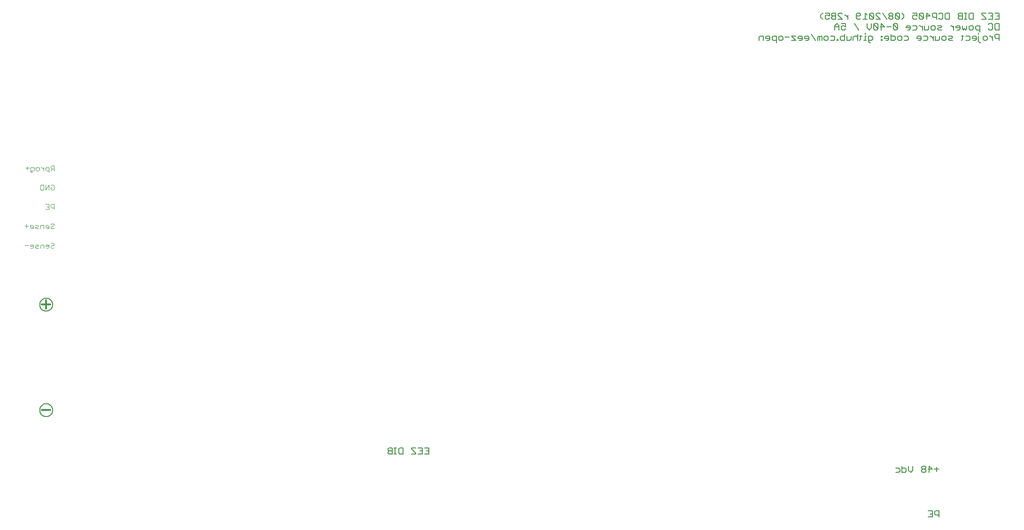
<source format=gbo>
G75*
%MOIN*%
%OFA0B0*%
%FSLAX25Y25*%
%IPPOS*%
%LPD*%
%AMOC8*
5,1,8,0,0,1.08239X$1,22.5*
%
%ADD10C,0.00500*%
%ADD11C,0.00400*%
%ADD12C,0.00800*%
%ADD13C,0.01200*%
D10*
X0351472Y0131113D02*
X0352223Y0130362D01*
X0354475Y0130362D01*
X0354475Y0134866D01*
X0352223Y0134866D01*
X0351472Y0134115D01*
X0351472Y0133365D01*
X0352223Y0132614D01*
X0354475Y0132614D01*
X0352223Y0132614D02*
X0351472Y0131863D01*
X0351472Y0131113D01*
X0356043Y0130362D02*
X0357544Y0130362D01*
X0356793Y0130362D02*
X0356793Y0134866D01*
X0356043Y0134866D02*
X0357544Y0134866D01*
X0359145Y0134115D02*
X0359896Y0134866D01*
X0362148Y0134866D01*
X0362148Y0130362D01*
X0359896Y0130362D01*
X0359145Y0131113D01*
X0359145Y0134115D01*
X0368353Y0134115D02*
X0371356Y0131113D01*
X0371356Y0130362D01*
X0368353Y0130362D01*
X0368353Y0134115D02*
X0368353Y0134866D01*
X0371356Y0134866D01*
X0372957Y0134866D02*
X0375960Y0134866D01*
X0375960Y0130362D01*
X0372957Y0130362D01*
X0374458Y0132614D02*
X0375960Y0132614D01*
X0377561Y0130362D02*
X0380564Y0130362D01*
X0380564Y0134866D01*
X0377561Y0134866D01*
X0379062Y0132614D02*
X0380564Y0132614D01*
X0711821Y0120349D02*
X0714073Y0120349D01*
X0714824Y0119598D01*
X0714824Y0118097D01*
X0714073Y0117346D01*
X0711821Y0117346D01*
X0716425Y0117346D02*
X0718677Y0117346D01*
X0719428Y0118097D01*
X0719428Y0119598D01*
X0718677Y0120349D01*
X0716425Y0120349D01*
X0716425Y0121850D02*
X0716425Y0117346D01*
X0721029Y0118848D02*
X0721029Y0121850D01*
X0721029Y0118848D02*
X0722531Y0117346D01*
X0724032Y0118848D01*
X0724032Y0121850D01*
X0730237Y0121100D02*
X0730237Y0120349D01*
X0730988Y0119598D01*
X0732489Y0119598D01*
X0733240Y0120349D01*
X0733240Y0121100D01*
X0732489Y0121850D01*
X0730988Y0121850D01*
X0730237Y0121100D01*
X0730988Y0119598D02*
X0730237Y0118848D01*
X0730237Y0118097D01*
X0730988Y0117346D01*
X0732489Y0117346D01*
X0733240Y0118097D01*
X0733240Y0118848D01*
X0732489Y0119598D01*
X0734841Y0119598D02*
X0737844Y0119598D01*
X0735592Y0121850D01*
X0735592Y0117346D01*
X0739445Y0119598D02*
X0742448Y0119598D01*
X0740946Y0118097D02*
X0740946Y0121100D01*
X0740312Y0090116D02*
X0739561Y0089365D01*
X0739561Y0087864D01*
X0740312Y0087113D01*
X0742564Y0087113D01*
X0742564Y0085612D02*
X0742564Y0090116D01*
X0740312Y0090116D01*
X0737960Y0090116D02*
X0737960Y0085612D01*
X0734957Y0085612D01*
X0736458Y0087864D02*
X0737960Y0087864D01*
X0737960Y0090116D02*
X0734957Y0090116D01*
X0733920Y0424362D02*
X0731668Y0424362D01*
X0730067Y0425113D02*
X0729316Y0424362D01*
X0727815Y0424362D01*
X0727064Y0425863D02*
X0730067Y0425863D01*
X0730067Y0425113D02*
X0730067Y0426614D01*
X0729316Y0427365D01*
X0727815Y0427365D01*
X0727064Y0426614D01*
X0727064Y0425863D01*
X0731668Y0427365D02*
X0733920Y0427365D01*
X0734670Y0426614D01*
X0734670Y0425113D01*
X0733920Y0424362D01*
X0736255Y0427365D02*
X0737006Y0427365D01*
X0738507Y0425863D01*
X0738507Y0424362D02*
X0738507Y0427365D01*
X0740108Y0427365D02*
X0740108Y0424362D01*
X0742360Y0424362D01*
X0743111Y0425113D01*
X0743111Y0427365D01*
X0744712Y0426614D02*
X0745463Y0427365D01*
X0746964Y0427365D01*
X0747715Y0426614D01*
X0747715Y0425113D01*
X0746964Y0424362D01*
X0745463Y0424362D01*
X0744712Y0425113D01*
X0744712Y0426614D01*
X0749316Y0427365D02*
X0751568Y0427365D01*
X0752319Y0426614D01*
X0751568Y0425863D01*
X0750067Y0425863D01*
X0749316Y0425113D01*
X0750067Y0424362D01*
X0752319Y0424362D01*
X0758491Y0424362D02*
X0759241Y0425113D01*
X0759241Y0428115D01*
X0758491Y0427365D02*
X0759992Y0427365D01*
X0761593Y0427365D02*
X0763845Y0427365D01*
X0764596Y0426614D01*
X0764596Y0425113D01*
X0763845Y0424362D01*
X0761593Y0424362D01*
X0766197Y0425863D02*
X0769200Y0425863D01*
X0769200Y0425113D02*
X0769200Y0426614D01*
X0768449Y0427365D01*
X0766948Y0427365D01*
X0766197Y0426614D01*
X0766197Y0425863D01*
X0766948Y0424362D02*
X0768449Y0424362D01*
X0769200Y0425113D01*
X0770768Y0423612D02*
X0770768Y0427365D01*
X0770768Y0428866D02*
X0770768Y0429617D01*
X0771502Y0430361D02*
X0771502Y0434865D01*
X0769250Y0434865D01*
X0768499Y0434114D01*
X0768499Y0432613D01*
X0769250Y0431862D01*
X0771502Y0431862D01*
X0766898Y0432613D02*
X0766147Y0431862D01*
X0764646Y0431862D01*
X0763895Y0432613D01*
X0763895Y0434114D01*
X0764646Y0434865D01*
X0766147Y0434865D01*
X0766898Y0434114D01*
X0766898Y0432613D01*
X0762294Y0432613D02*
X0762294Y0434865D01*
X0762294Y0432613D02*
X0761543Y0431862D01*
X0760793Y0432613D01*
X0760042Y0431862D01*
X0759291Y0432613D01*
X0759291Y0434865D01*
X0757690Y0434114D02*
X0756939Y0434865D01*
X0755438Y0434865D01*
X0754688Y0434114D01*
X0754688Y0433363D01*
X0757690Y0433363D01*
X0757690Y0432613D02*
X0757690Y0434114D01*
X0757690Y0432613D02*
X0756939Y0431862D01*
X0755438Y0431862D01*
X0753086Y0431862D02*
X0753086Y0434865D01*
X0751585Y0434865D02*
X0750834Y0434865D01*
X0751585Y0434865D02*
X0753086Y0433363D01*
X0750017Y0439362D02*
X0747765Y0439362D01*
X0747014Y0440113D01*
X0747014Y0443115D01*
X0747765Y0443866D01*
X0750017Y0443866D01*
X0750017Y0439362D01*
X0745413Y0440113D02*
X0744662Y0439362D01*
X0743161Y0439362D01*
X0742410Y0440113D01*
X0740809Y0440863D02*
X0738557Y0440863D01*
X0737806Y0441614D01*
X0737806Y0443115D01*
X0738557Y0443866D01*
X0740809Y0443866D01*
X0740809Y0439362D01*
X0742410Y0443115D02*
X0743161Y0443866D01*
X0744662Y0443866D01*
X0745413Y0443115D01*
X0745413Y0440113D01*
X0743895Y0434865D02*
X0741643Y0434865D01*
X0742394Y0433363D02*
X0741643Y0432613D01*
X0742394Y0431862D01*
X0744646Y0431862D01*
X0743895Y0433363D02*
X0744646Y0434114D01*
X0743895Y0434865D01*
X0743895Y0433363D02*
X0742394Y0433363D01*
X0740042Y0432613D02*
X0739291Y0431862D01*
X0737790Y0431862D01*
X0737039Y0432613D01*
X0737039Y0434114D01*
X0737790Y0434865D01*
X0739291Y0434865D01*
X0740042Y0434114D01*
X0740042Y0432613D01*
X0735438Y0432613D02*
X0734687Y0431862D01*
X0732435Y0431862D01*
X0732435Y0434865D01*
X0730834Y0434865D02*
X0730834Y0431862D01*
X0730834Y0433363D02*
X0729333Y0434865D01*
X0728582Y0434865D01*
X0726997Y0434114D02*
X0726247Y0434865D01*
X0723995Y0434865D01*
X0722393Y0434114D02*
X0721643Y0434865D01*
X0720141Y0434865D01*
X0719391Y0434114D01*
X0719391Y0433363D01*
X0722393Y0433363D01*
X0722393Y0432613D02*
X0722393Y0434114D01*
X0722393Y0432613D02*
X0721643Y0431862D01*
X0720141Y0431862D01*
X0723995Y0431862D02*
X0726247Y0431862D01*
X0726997Y0432613D01*
X0726997Y0434114D01*
X0726247Y0439362D02*
X0724745Y0439362D01*
X0723995Y0440113D01*
X0723995Y0441614D01*
X0724745Y0442365D01*
X0725496Y0442365D01*
X0726997Y0441614D01*
X0726997Y0443866D01*
X0723995Y0443866D01*
X0728599Y0443115D02*
X0731601Y0440113D01*
X0730851Y0439362D01*
X0729349Y0439362D01*
X0728599Y0440113D01*
X0728599Y0443115D01*
X0729349Y0443866D01*
X0730851Y0443866D01*
X0731601Y0443115D01*
X0731601Y0440113D01*
X0733203Y0441614D02*
X0736205Y0441614D01*
X0733953Y0443866D01*
X0733953Y0439362D01*
X0735438Y0434865D02*
X0735438Y0432613D01*
X0726997Y0440113D02*
X0726247Y0439362D01*
X0717789Y0440863D02*
X0717789Y0442365D01*
X0716288Y0443866D01*
X0714720Y0443115D02*
X0713970Y0443866D01*
X0712468Y0443866D01*
X0711718Y0443115D01*
X0714720Y0440113D01*
X0713970Y0439362D01*
X0712468Y0439362D01*
X0711718Y0440113D01*
X0711718Y0443115D01*
X0710116Y0443115D02*
X0710116Y0442365D01*
X0709366Y0441614D01*
X0707864Y0441614D01*
X0707114Y0440863D01*
X0707114Y0440113D01*
X0707864Y0439362D01*
X0709366Y0439362D01*
X0710116Y0440113D01*
X0710116Y0440863D01*
X0709366Y0441614D01*
X0707864Y0441614D02*
X0707114Y0442365D01*
X0707114Y0443115D01*
X0707864Y0443866D01*
X0709366Y0443866D01*
X0710116Y0443115D01*
X0714720Y0443115D02*
X0714720Y0440113D01*
X0716288Y0439362D02*
X0717789Y0440863D01*
X0713185Y0435615D02*
X0712435Y0436366D01*
X0710934Y0436366D01*
X0710183Y0435615D01*
X0713185Y0432613D01*
X0712435Y0431862D01*
X0710934Y0431862D01*
X0710183Y0432613D01*
X0710183Y0435615D01*
X0708582Y0434114D02*
X0705579Y0434114D01*
X0703978Y0434114D02*
X0700975Y0434114D01*
X0699374Y0432613D02*
X0696371Y0435615D01*
X0696371Y0432613D01*
X0697122Y0431862D01*
X0698623Y0431862D01*
X0699374Y0432613D01*
X0699374Y0435615D01*
X0698623Y0436366D01*
X0697122Y0436366D01*
X0696371Y0435615D01*
X0694770Y0436366D02*
X0694770Y0433363D01*
X0693269Y0431862D01*
X0691767Y0433363D01*
X0691767Y0436366D01*
X0691701Y0439362D02*
X0688698Y0439362D01*
X0690199Y0439362D02*
X0690199Y0443866D01*
X0691701Y0442365D01*
X0693302Y0443115D02*
X0696304Y0440113D01*
X0695554Y0439362D01*
X0694053Y0439362D01*
X0693302Y0440113D01*
X0693302Y0443115D01*
X0694053Y0443866D01*
X0695554Y0443866D01*
X0696304Y0443115D01*
X0696304Y0440113D01*
X0697906Y0439362D02*
X0700908Y0439362D01*
X0697906Y0442365D01*
X0697906Y0443115D01*
X0698656Y0443866D01*
X0700158Y0443866D01*
X0700908Y0443115D01*
X0702510Y0443866D02*
X0705512Y0439362D01*
X0701726Y0436366D02*
X0703978Y0434114D01*
X0701726Y0431862D02*
X0701726Y0436366D01*
X0713185Y0435615D02*
X0713185Y0432613D01*
X0714003Y0427365D02*
X0715504Y0427365D01*
X0716255Y0426614D01*
X0716255Y0425113D01*
X0715504Y0424362D01*
X0714003Y0424362D01*
X0713252Y0425113D01*
X0713252Y0426614D01*
X0714003Y0427365D01*
X0711651Y0426614D02*
X0710900Y0427365D01*
X0708648Y0427365D01*
X0708648Y0428866D02*
X0708648Y0424362D01*
X0710900Y0424362D01*
X0711651Y0425113D01*
X0711651Y0426614D01*
X0707047Y0426614D02*
X0706296Y0427365D01*
X0704795Y0427365D01*
X0704044Y0426614D01*
X0704044Y0425863D01*
X0707047Y0425863D01*
X0707047Y0425113D02*
X0707047Y0426614D01*
X0707047Y0425113D02*
X0706296Y0424362D01*
X0704795Y0424362D01*
X0702443Y0424362D02*
X0702443Y0425113D01*
X0701692Y0425113D01*
X0701692Y0424362D01*
X0702443Y0424362D01*
X0702443Y0426614D02*
X0702443Y0427365D01*
X0701692Y0427365D01*
X0701692Y0426614D01*
X0702443Y0426614D01*
X0695537Y0426614D02*
X0695537Y0425113D01*
X0694786Y0424362D01*
X0692535Y0424362D01*
X0692535Y0423612D02*
X0692535Y0427365D01*
X0694786Y0427365D01*
X0695537Y0426614D01*
X0694036Y0422861D02*
X0693285Y0422861D01*
X0692535Y0423612D01*
X0690933Y0424362D02*
X0689432Y0424362D01*
X0690183Y0424362D02*
X0690183Y0427365D01*
X0690933Y0427365D01*
X0690183Y0428866D02*
X0690183Y0429617D01*
X0687864Y0427365D02*
X0686363Y0427365D01*
X0687113Y0428115D02*
X0687113Y0425113D01*
X0686363Y0424362D01*
X0684795Y0424362D02*
X0684795Y0428866D01*
X0684044Y0427365D02*
X0682543Y0427365D01*
X0681792Y0426614D01*
X0681792Y0424362D01*
X0680191Y0425113D02*
X0679440Y0424362D01*
X0677188Y0424362D01*
X0677188Y0427365D01*
X0675587Y0427365D02*
X0673335Y0427365D01*
X0672584Y0426614D01*
X0672584Y0425113D01*
X0673335Y0424362D01*
X0675587Y0424362D01*
X0675587Y0428866D01*
X0675603Y0431862D02*
X0676354Y0432613D01*
X0675603Y0431862D02*
X0674102Y0431862D01*
X0673352Y0432613D01*
X0673352Y0434114D01*
X0674102Y0434865D01*
X0674853Y0434865D01*
X0676354Y0434114D01*
X0676354Y0436366D01*
X0673352Y0436366D01*
X0671750Y0434865D02*
X0670249Y0436366D01*
X0668748Y0434865D01*
X0668748Y0431862D01*
X0668748Y0434114D02*
X0671750Y0434114D01*
X0671750Y0434865D02*
X0671750Y0431862D01*
X0667930Y0427365D02*
X0665678Y0427365D01*
X0664077Y0426614D02*
X0664077Y0425113D01*
X0663326Y0424362D01*
X0661825Y0424362D01*
X0661074Y0425113D01*
X0661074Y0426614D01*
X0661825Y0427365D01*
X0663326Y0427365D01*
X0664077Y0426614D01*
X0665678Y0424362D02*
X0667930Y0424362D01*
X0668681Y0425113D01*
X0668681Y0426614D01*
X0667930Y0427365D01*
X0670232Y0425113D02*
X0670232Y0424362D01*
X0670983Y0424362D01*
X0670983Y0425113D01*
X0670232Y0425113D01*
X0680191Y0425113D02*
X0680191Y0427365D01*
X0684044Y0427365D02*
X0684795Y0426614D01*
X0685562Y0431862D02*
X0682559Y0436366D01*
X0684845Y0439362D02*
X0684094Y0440113D01*
X0684094Y0443115D01*
X0684845Y0443866D01*
X0686346Y0443866D01*
X0687097Y0443115D01*
X0687097Y0442365D01*
X0686346Y0441614D01*
X0684094Y0441614D01*
X0684845Y0439362D02*
X0686346Y0439362D01*
X0687097Y0440113D01*
X0677889Y0440863D02*
X0676387Y0442365D01*
X0675637Y0442365D01*
X0674052Y0443115D02*
X0673302Y0443866D01*
X0671800Y0443866D01*
X0671050Y0443115D01*
X0671050Y0442365D01*
X0674052Y0439362D01*
X0671050Y0439362D01*
X0669448Y0439362D02*
X0667196Y0439362D01*
X0666446Y0440113D01*
X0666446Y0440863D01*
X0667196Y0441614D01*
X0669448Y0441614D01*
X0667196Y0441614D02*
X0666446Y0442365D01*
X0666446Y0443115D01*
X0667196Y0443866D01*
X0669448Y0443866D01*
X0669448Y0439362D01*
X0664844Y0440113D02*
X0664094Y0439362D01*
X0662592Y0439362D01*
X0661842Y0440113D01*
X0661842Y0441614D01*
X0662592Y0442365D01*
X0663343Y0442365D01*
X0664844Y0441614D01*
X0664844Y0443866D01*
X0661842Y0443866D01*
X0660240Y0443866D02*
X0658739Y0442365D01*
X0658739Y0440863D01*
X0660240Y0439362D01*
X0659473Y0427365D02*
X0658722Y0427365D01*
X0657972Y0426614D01*
X0657221Y0427365D01*
X0656471Y0426614D01*
X0656471Y0424362D01*
X0657972Y0424362D02*
X0657972Y0426614D01*
X0659473Y0427365D02*
X0659473Y0424362D01*
X0654869Y0424362D02*
X0651867Y0428866D01*
X0650265Y0426614D02*
X0649515Y0427365D01*
X0648013Y0427365D01*
X0647263Y0426614D01*
X0647263Y0425863D01*
X0650265Y0425863D01*
X0650265Y0425113D02*
X0650265Y0426614D01*
X0650265Y0425113D02*
X0649515Y0424362D01*
X0648013Y0424362D01*
X0645661Y0425113D02*
X0644911Y0424362D01*
X0643409Y0424362D01*
X0642659Y0425863D02*
X0645661Y0425863D01*
X0645661Y0425113D02*
X0645661Y0426614D01*
X0644911Y0427365D01*
X0643409Y0427365D01*
X0642659Y0426614D01*
X0642659Y0425863D01*
X0641057Y0424362D02*
X0638055Y0427365D01*
X0641057Y0427365D01*
X0641057Y0424362D02*
X0638055Y0424362D01*
X0636453Y0426614D02*
X0633451Y0426614D01*
X0631850Y0426614D02*
X0631850Y0425113D01*
X0631099Y0424362D01*
X0629598Y0424362D01*
X0628847Y0425113D01*
X0628847Y0426614D01*
X0629598Y0427365D01*
X0631099Y0427365D01*
X0631850Y0426614D01*
X0627246Y0427365D02*
X0624994Y0427365D01*
X0624243Y0426614D01*
X0624243Y0425113D01*
X0624994Y0424362D01*
X0627246Y0424362D01*
X0627246Y0422861D02*
X0627246Y0427365D01*
X0622642Y0426614D02*
X0621891Y0427365D01*
X0620390Y0427365D01*
X0619639Y0426614D01*
X0619639Y0425863D01*
X0622642Y0425863D01*
X0622642Y0425113D02*
X0622642Y0426614D01*
X0622642Y0425113D02*
X0621891Y0424362D01*
X0620390Y0424362D01*
X0618038Y0424362D02*
X0618038Y0427365D01*
X0615786Y0427365D01*
X0615035Y0426614D01*
X0615035Y0424362D01*
X0677889Y0439362D02*
X0677889Y0442365D01*
X0717856Y0427365D02*
X0720108Y0427365D01*
X0720859Y0426614D01*
X0720859Y0425113D01*
X0720108Y0424362D01*
X0717856Y0424362D01*
X0756222Y0440113D02*
X0756973Y0439362D01*
X0759225Y0439362D01*
X0759225Y0443866D01*
X0756973Y0443866D01*
X0756222Y0443115D01*
X0756222Y0442365D01*
X0756973Y0441614D01*
X0759225Y0441614D01*
X0756973Y0441614D02*
X0756222Y0440863D01*
X0756222Y0440113D01*
X0760793Y0439362D02*
X0762294Y0439362D01*
X0761543Y0439362D02*
X0761543Y0443866D01*
X0760793Y0443866D02*
X0762294Y0443866D01*
X0763895Y0443115D02*
X0764646Y0443866D01*
X0766898Y0443866D01*
X0766898Y0439362D01*
X0764646Y0439362D01*
X0763895Y0440113D01*
X0763895Y0443115D01*
X0773103Y0443115D02*
X0776106Y0440113D01*
X0776106Y0439362D01*
X0773103Y0439362D01*
X0773103Y0443115D02*
X0773103Y0443866D01*
X0776106Y0443866D01*
X0777707Y0443866D02*
X0780710Y0443866D01*
X0780710Y0439362D01*
X0777707Y0439362D01*
X0779208Y0441614D02*
X0780710Y0441614D01*
X0782311Y0439362D02*
X0785314Y0439362D01*
X0785314Y0443866D01*
X0782311Y0443866D01*
X0783812Y0441614D02*
X0785314Y0441614D01*
X0785314Y0436366D02*
X0783062Y0436366D01*
X0782311Y0435615D01*
X0782311Y0432613D01*
X0783062Y0431862D01*
X0785314Y0431862D01*
X0785314Y0436366D01*
X0780710Y0435615D02*
X0780710Y0432613D01*
X0779959Y0431862D01*
X0778458Y0431862D01*
X0777707Y0432613D01*
X0777707Y0435615D02*
X0778458Y0436366D01*
X0779959Y0436366D01*
X0780710Y0435615D01*
X0783062Y0428866D02*
X0782311Y0428115D01*
X0782311Y0426614D01*
X0783062Y0425863D01*
X0785314Y0425863D01*
X0785314Y0424362D02*
X0785314Y0428866D01*
X0783062Y0428866D01*
X0780710Y0427365D02*
X0780710Y0424362D01*
X0780710Y0425863D02*
X0779208Y0427365D01*
X0778458Y0427365D01*
X0776873Y0426614D02*
X0776873Y0425113D01*
X0776122Y0424362D01*
X0774621Y0424362D01*
X0773871Y0425113D01*
X0773871Y0426614D01*
X0774621Y0427365D01*
X0776122Y0427365D01*
X0776873Y0426614D01*
X0772269Y0422861D02*
X0771519Y0422861D01*
X0770768Y0423612D01*
D11*
X0114614Y0335415D02*
X0114614Y0331812D01*
X0114614Y0333013D02*
X0112812Y0333013D01*
X0112212Y0333614D01*
X0112212Y0334815D01*
X0112812Y0335415D01*
X0114614Y0335415D01*
X0113413Y0333013D02*
X0112212Y0331812D01*
X0110930Y0331812D02*
X0109129Y0331812D01*
X0108528Y0332413D01*
X0108528Y0333614D01*
X0109129Y0334214D01*
X0110930Y0334214D01*
X0110930Y0330611D01*
X0107247Y0331812D02*
X0107247Y0334214D01*
X0107247Y0333013D02*
X0106046Y0334214D01*
X0105446Y0334214D01*
X0104178Y0333614D02*
X0104178Y0332413D01*
X0103578Y0331812D01*
X0102377Y0331812D01*
X0101776Y0332413D01*
X0101776Y0333614D01*
X0102377Y0334214D01*
X0103578Y0334214D01*
X0104178Y0333614D01*
X0100495Y0333614D02*
X0100495Y0332413D01*
X0099894Y0331812D01*
X0098093Y0331812D01*
X0098093Y0331212D02*
X0098093Y0334214D01*
X0099894Y0334214D01*
X0100495Y0333614D01*
X0099294Y0330611D02*
X0098693Y0330611D01*
X0098093Y0331212D01*
X0096812Y0333614D02*
X0094410Y0333614D01*
X0095611Y0334815D02*
X0095611Y0332413D01*
X0105446Y0321665D02*
X0107247Y0321665D01*
X0107247Y0318062D01*
X0105446Y0318062D01*
X0104845Y0318663D01*
X0104845Y0321065D01*
X0105446Y0321665D01*
X0108528Y0321665D02*
X0108528Y0318062D01*
X0110930Y0321665D01*
X0110930Y0318062D01*
X0112212Y0318663D02*
X0112212Y0319864D01*
X0113413Y0319864D01*
X0114614Y0321065D02*
X0114614Y0318663D01*
X0114013Y0318062D01*
X0112812Y0318062D01*
X0112212Y0318663D01*
X0112212Y0321065D02*
X0112812Y0321665D01*
X0114013Y0321665D01*
X0114614Y0321065D01*
X0114614Y0307915D02*
X0112812Y0307915D01*
X0112212Y0307315D01*
X0112212Y0306114D01*
X0112812Y0305513D01*
X0114614Y0305513D01*
X0114614Y0304312D02*
X0114614Y0307915D01*
X0110930Y0307915D02*
X0110930Y0304312D01*
X0108528Y0304312D01*
X0109729Y0306114D02*
X0110930Y0306114D01*
X0110930Y0307915D02*
X0108528Y0307915D01*
X0112812Y0294165D02*
X0114013Y0294165D01*
X0114614Y0293565D01*
X0114614Y0292964D01*
X0114013Y0292364D01*
X0112812Y0292364D01*
X0112212Y0291763D01*
X0112212Y0291163D01*
X0112812Y0290562D01*
X0114013Y0290562D01*
X0114614Y0291163D01*
X0112212Y0293565D02*
X0112812Y0294165D01*
X0110930Y0292364D02*
X0110330Y0292964D01*
X0109129Y0292964D01*
X0108528Y0292364D01*
X0108528Y0291763D01*
X0110930Y0291763D01*
X0110930Y0291163D02*
X0110930Y0292364D01*
X0110930Y0291163D02*
X0110330Y0290562D01*
X0109129Y0290562D01*
X0107247Y0290562D02*
X0107247Y0292964D01*
X0105446Y0292964D01*
X0104845Y0292364D01*
X0104845Y0290562D01*
X0103564Y0290562D02*
X0101763Y0290562D01*
X0101162Y0291163D01*
X0101763Y0291763D01*
X0102964Y0291763D01*
X0103564Y0292364D01*
X0102964Y0292964D01*
X0101162Y0292964D01*
X0099881Y0292364D02*
X0099281Y0292964D01*
X0098080Y0292964D01*
X0097479Y0292364D01*
X0097479Y0291763D01*
X0099881Y0291763D01*
X0099881Y0291163D02*
X0099881Y0292364D01*
X0099881Y0291163D02*
X0099281Y0290562D01*
X0098080Y0290562D01*
X0096198Y0292364D02*
X0093796Y0292364D01*
X0094997Y0293565D02*
X0094997Y0291163D01*
X0098080Y0279214D02*
X0097479Y0278614D01*
X0097479Y0278013D01*
X0099881Y0278013D01*
X0099881Y0277413D02*
X0099881Y0278614D01*
X0099281Y0279214D01*
X0098080Y0279214D01*
X0096198Y0278614D02*
X0093796Y0278614D01*
X0098080Y0276812D02*
X0099281Y0276812D01*
X0099881Y0277413D01*
X0101162Y0277413D02*
X0101763Y0278013D01*
X0102964Y0278013D01*
X0103564Y0278614D01*
X0102964Y0279214D01*
X0101162Y0279214D01*
X0101162Y0277413D02*
X0101763Y0276812D01*
X0103564Y0276812D01*
X0104845Y0276812D02*
X0104845Y0278614D01*
X0105446Y0279214D01*
X0107247Y0279214D01*
X0107247Y0276812D01*
X0108528Y0278013D02*
X0110930Y0278013D01*
X0110930Y0277413D02*
X0110930Y0278614D01*
X0110330Y0279214D01*
X0109129Y0279214D01*
X0108528Y0278614D01*
X0108528Y0278013D01*
X0109129Y0276812D02*
X0110330Y0276812D01*
X0110930Y0277413D01*
X0112212Y0277413D02*
X0112812Y0276812D01*
X0114013Y0276812D01*
X0114614Y0277413D01*
X0114013Y0278614D02*
X0112812Y0278614D01*
X0112212Y0278013D01*
X0112212Y0277413D01*
X0114013Y0278614D02*
X0114614Y0279214D01*
X0114614Y0279815D01*
X0114013Y0280415D01*
X0112812Y0280415D01*
X0112212Y0279815D01*
D12*
X0104464Y0236612D02*
X0104466Y0236747D01*
X0104472Y0236882D01*
X0104482Y0237017D01*
X0104496Y0237151D01*
X0104513Y0237285D01*
X0104535Y0237418D01*
X0104561Y0237551D01*
X0104590Y0237683D01*
X0104624Y0237813D01*
X0104661Y0237943D01*
X0104702Y0238072D01*
X0104747Y0238199D01*
X0104795Y0238325D01*
X0104847Y0238450D01*
X0104903Y0238573D01*
X0104962Y0238694D01*
X0105025Y0238814D01*
X0105092Y0238931D01*
X0105161Y0239047D01*
X0105235Y0239161D01*
X0105311Y0239272D01*
X0105391Y0239381D01*
X0105474Y0239488D01*
X0105560Y0239592D01*
X0105649Y0239693D01*
X0105740Y0239792D01*
X0105835Y0239888D01*
X0105933Y0239982D01*
X0106033Y0240072D01*
X0106136Y0240160D01*
X0106241Y0240244D01*
X0106349Y0240326D01*
X0106459Y0240404D01*
X0106572Y0240478D01*
X0106686Y0240550D01*
X0106803Y0240618D01*
X0106922Y0240683D01*
X0107042Y0240744D01*
X0107164Y0240801D01*
X0107288Y0240855D01*
X0107413Y0240906D01*
X0107540Y0240952D01*
X0107668Y0240995D01*
X0107798Y0241034D01*
X0107928Y0241069D01*
X0108059Y0241101D01*
X0108191Y0241128D01*
X0108324Y0241152D01*
X0108458Y0241172D01*
X0108592Y0241188D01*
X0108727Y0241200D01*
X0108861Y0241208D01*
X0108996Y0241212D01*
X0109132Y0241212D01*
X0109267Y0241208D01*
X0109401Y0241200D01*
X0109536Y0241188D01*
X0109670Y0241172D01*
X0109804Y0241152D01*
X0109937Y0241128D01*
X0110069Y0241101D01*
X0110200Y0241069D01*
X0110330Y0241034D01*
X0110460Y0240995D01*
X0110588Y0240952D01*
X0110715Y0240906D01*
X0110840Y0240855D01*
X0110964Y0240801D01*
X0111086Y0240744D01*
X0111206Y0240683D01*
X0111325Y0240618D01*
X0111442Y0240550D01*
X0111556Y0240478D01*
X0111669Y0240404D01*
X0111779Y0240326D01*
X0111887Y0240244D01*
X0111992Y0240160D01*
X0112095Y0240072D01*
X0112195Y0239982D01*
X0112293Y0239888D01*
X0112388Y0239792D01*
X0112479Y0239693D01*
X0112568Y0239592D01*
X0112654Y0239488D01*
X0112737Y0239381D01*
X0112817Y0239272D01*
X0112893Y0239161D01*
X0112967Y0239047D01*
X0113036Y0238931D01*
X0113103Y0238814D01*
X0113166Y0238694D01*
X0113225Y0238573D01*
X0113281Y0238450D01*
X0113333Y0238325D01*
X0113381Y0238199D01*
X0113426Y0238072D01*
X0113467Y0237943D01*
X0113504Y0237813D01*
X0113538Y0237683D01*
X0113567Y0237551D01*
X0113593Y0237418D01*
X0113615Y0237285D01*
X0113632Y0237151D01*
X0113646Y0237017D01*
X0113656Y0236882D01*
X0113662Y0236747D01*
X0113664Y0236612D01*
X0113662Y0236477D01*
X0113656Y0236342D01*
X0113646Y0236207D01*
X0113632Y0236073D01*
X0113615Y0235939D01*
X0113593Y0235806D01*
X0113567Y0235673D01*
X0113538Y0235541D01*
X0113504Y0235411D01*
X0113467Y0235281D01*
X0113426Y0235152D01*
X0113381Y0235025D01*
X0113333Y0234899D01*
X0113281Y0234774D01*
X0113225Y0234651D01*
X0113166Y0234530D01*
X0113103Y0234410D01*
X0113036Y0234293D01*
X0112967Y0234177D01*
X0112893Y0234063D01*
X0112817Y0233952D01*
X0112737Y0233843D01*
X0112654Y0233736D01*
X0112568Y0233632D01*
X0112479Y0233531D01*
X0112388Y0233432D01*
X0112293Y0233336D01*
X0112195Y0233242D01*
X0112095Y0233152D01*
X0111992Y0233064D01*
X0111887Y0232980D01*
X0111779Y0232898D01*
X0111669Y0232820D01*
X0111556Y0232746D01*
X0111442Y0232674D01*
X0111325Y0232606D01*
X0111206Y0232541D01*
X0111086Y0232480D01*
X0110964Y0232423D01*
X0110840Y0232369D01*
X0110715Y0232318D01*
X0110588Y0232272D01*
X0110460Y0232229D01*
X0110330Y0232190D01*
X0110200Y0232155D01*
X0110069Y0232123D01*
X0109937Y0232096D01*
X0109804Y0232072D01*
X0109670Y0232052D01*
X0109536Y0232036D01*
X0109401Y0232024D01*
X0109267Y0232016D01*
X0109132Y0232012D01*
X0108996Y0232012D01*
X0108861Y0232016D01*
X0108727Y0232024D01*
X0108592Y0232036D01*
X0108458Y0232052D01*
X0108324Y0232072D01*
X0108191Y0232096D01*
X0108059Y0232123D01*
X0107928Y0232155D01*
X0107798Y0232190D01*
X0107668Y0232229D01*
X0107540Y0232272D01*
X0107413Y0232318D01*
X0107288Y0232369D01*
X0107164Y0232423D01*
X0107042Y0232480D01*
X0106922Y0232541D01*
X0106803Y0232606D01*
X0106686Y0232674D01*
X0106572Y0232746D01*
X0106459Y0232820D01*
X0106349Y0232898D01*
X0106241Y0232980D01*
X0106136Y0233064D01*
X0106033Y0233152D01*
X0105933Y0233242D01*
X0105835Y0233336D01*
X0105740Y0233432D01*
X0105649Y0233531D01*
X0105560Y0233632D01*
X0105474Y0233736D01*
X0105391Y0233843D01*
X0105311Y0233952D01*
X0105235Y0234063D01*
X0105161Y0234177D01*
X0105092Y0234293D01*
X0105025Y0234410D01*
X0104962Y0234530D01*
X0104903Y0234651D01*
X0104847Y0234774D01*
X0104795Y0234899D01*
X0104747Y0235025D01*
X0104702Y0235152D01*
X0104661Y0235281D01*
X0104624Y0235411D01*
X0104590Y0235541D01*
X0104561Y0235673D01*
X0104535Y0235806D01*
X0104513Y0235939D01*
X0104496Y0236073D01*
X0104482Y0236207D01*
X0104472Y0236342D01*
X0104466Y0236477D01*
X0104464Y0236612D01*
X0104464Y0161612D02*
X0104466Y0161747D01*
X0104472Y0161882D01*
X0104482Y0162017D01*
X0104496Y0162151D01*
X0104513Y0162285D01*
X0104535Y0162418D01*
X0104561Y0162551D01*
X0104590Y0162683D01*
X0104624Y0162813D01*
X0104661Y0162943D01*
X0104702Y0163072D01*
X0104747Y0163199D01*
X0104795Y0163325D01*
X0104847Y0163450D01*
X0104903Y0163573D01*
X0104962Y0163694D01*
X0105025Y0163814D01*
X0105092Y0163931D01*
X0105161Y0164047D01*
X0105235Y0164161D01*
X0105311Y0164272D01*
X0105391Y0164381D01*
X0105474Y0164488D01*
X0105560Y0164592D01*
X0105649Y0164693D01*
X0105740Y0164792D01*
X0105835Y0164888D01*
X0105933Y0164982D01*
X0106033Y0165072D01*
X0106136Y0165160D01*
X0106241Y0165244D01*
X0106349Y0165326D01*
X0106459Y0165404D01*
X0106572Y0165478D01*
X0106686Y0165550D01*
X0106803Y0165618D01*
X0106922Y0165683D01*
X0107042Y0165744D01*
X0107164Y0165801D01*
X0107288Y0165855D01*
X0107413Y0165906D01*
X0107540Y0165952D01*
X0107668Y0165995D01*
X0107798Y0166034D01*
X0107928Y0166069D01*
X0108059Y0166101D01*
X0108191Y0166128D01*
X0108324Y0166152D01*
X0108458Y0166172D01*
X0108592Y0166188D01*
X0108727Y0166200D01*
X0108861Y0166208D01*
X0108996Y0166212D01*
X0109132Y0166212D01*
X0109267Y0166208D01*
X0109401Y0166200D01*
X0109536Y0166188D01*
X0109670Y0166172D01*
X0109804Y0166152D01*
X0109937Y0166128D01*
X0110069Y0166101D01*
X0110200Y0166069D01*
X0110330Y0166034D01*
X0110460Y0165995D01*
X0110588Y0165952D01*
X0110715Y0165906D01*
X0110840Y0165855D01*
X0110964Y0165801D01*
X0111086Y0165744D01*
X0111206Y0165683D01*
X0111325Y0165618D01*
X0111442Y0165550D01*
X0111556Y0165478D01*
X0111669Y0165404D01*
X0111779Y0165326D01*
X0111887Y0165244D01*
X0111992Y0165160D01*
X0112095Y0165072D01*
X0112195Y0164982D01*
X0112293Y0164888D01*
X0112388Y0164792D01*
X0112479Y0164693D01*
X0112568Y0164592D01*
X0112654Y0164488D01*
X0112737Y0164381D01*
X0112817Y0164272D01*
X0112893Y0164161D01*
X0112967Y0164047D01*
X0113036Y0163931D01*
X0113103Y0163814D01*
X0113166Y0163694D01*
X0113225Y0163573D01*
X0113281Y0163450D01*
X0113333Y0163325D01*
X0113381Y0163199D01*
X0113426Y0163072D01*
X0113467Y0162943D01*
X0113504Y0162813D01*
X0113538Y0162683D01*
X0113567Y0162551D01*
X0113593Y0162418D01*
X0113615Y0162285D01*
X0113632Y0162151D01*
X0113646Y0162017D01*
X0113656Y0161882D01*
X0113662Y0161747D01*
X0113664Y0161612D01*
X0113662Y0161477D01*
X0113656Y0161342D01*
X0113646Y0161207D01*
X0113632Y0161073D01*
X0113615Y0160939D01*
X0113593Y0160806D01*
X0113567Y0160673D01*
X0113538Y0160541D01*
X0113504Y0160411D01*
X0113467Y0160281D01*
X0113426Y0160152D01*
X0113381Y0160025D01*
X0113333Y0159899D01*
X0113281Y0159774D01*
X0113225Y0159651D01*
X0113166Y0159530D01*
X0113103Y0159410D01*
X0113036Y0159293D01*
X0112967Y0159177D01*
X0112893Y0159063D01*
X0112817Y0158952D01*
X0112737Y0158843D01*
X0112654Y0158736D01*
X0112568Y0158632D01*
X0112479Y0158531D01*
X0112388Y0158432D01*
X0112293Y0158336D01*
X0112195Y0158242D01*
X0112095Y0158152D01*
X0111992Y0158064D01*
X0111887Y0157980D01*
X0111779Y0157898D01*
X0111669Y0157820D01*
X0111556Y0157746D01*
X0111442Y0157674D01*
X0111325Y0157606D01*
X0111206Y0157541D01*
X0111086Y0157480D01*
X0110964Y0157423D01*
X0110840Y0157369D01*
X0110715Y0157318D01*
X0110588Y0157272D01*
X0110460Y0157229D01*
X0110330Y0157190D01*
X0110200Y0157155D01*
X0110069Y0157123D01*
X0109937Y0157096D01*
X0109804Y0157072D01*
X0109670Y0157052D01*
X0109536Y0157036D01*
X0109401Y0157024D01*
X0109267Y0157016D01*
X0109132Y0157012D01*
X0108996Y0157012D01*
X0108861Y0157016D01*
X0108727Y0157024D01*
X0108592Y0157036D01*
X0108458Y0157052D01*
X0108324Y0157072D01*
X0108191Y0157096D01*
X0108059Y0157123D01*
X0107928Y0157155D01*
X0107798Y0157190D01*
X0107668Y0157229D01*
X0107540Y0157272D01*
X0107413Y0157318D01*
X0107288Y0157369D01*
X0107164Y0157423D01*
X0107042Y0157480D01*
X0106922Y0157541D01*
X0106803Y0157606D01*
X0106686Y0157674D01*
X0106572Y0157746D01*
X0106459Y0157820D01*
X0106349Y0157898D01*
X0106241Y0157980D01*
X0106136Y0158064D01*
X0106033Y0158152D01*
X0105933Y0158242D01*
X0105835Y0158336D01*
X0105740Y0158432D01*
X0105649Y0158531D01*
X0105560Y0158632D01*
X0105474Y0158736D01*
X0105391Y0158843D01*
X0105311Y0158952D01*
X0105235Y0159063D01*
X0105161Y0159177D01*
X0105092Y0159293D01*
X0105025Y0159410D01*
X0104962Y0159530D01*
X0104903Y0159651D01*
X0104847Y0159774D01*
X0104795Y0159899D01*
X0104747Y0160025D01*
X0104702Y0160152D01*
X0104661Y0160281D01*
X0104624Y0160411D01*
X0104590Y0160541D01*
X0104561Y0160673D01*
X0104535Y0160806D01*
X0104513Y0160939D01*
X0104496Y0161073D01*
X0104482Y0161207D01*
X0104472Y0161342D01*
X0104466Y0161477D01*
X0104464Y0161612D01*
D13*
X0106064Y0161612D02*
X0112064Y0161612D01*
X0109064Y0233612D02*
X0109064Y0239612D01*
X0106064Y0236612D02*
X0112064Y0236612D01*
M02*

</source>
